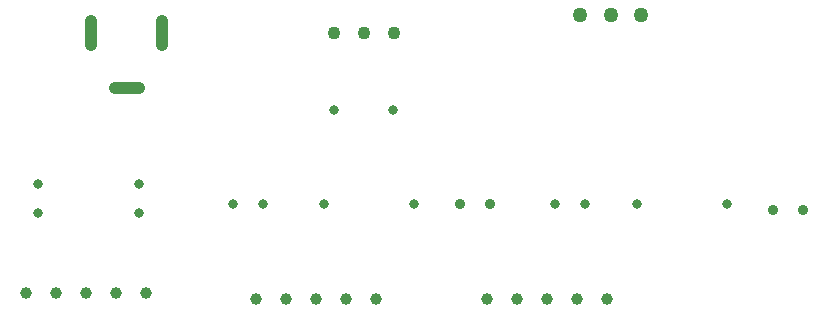
<source format=gbr>
%TF.GenerationSoftware,KiCad,Pcbnew,9.0.0*%
%TF.CreationDate,2025-12-28T18:58:31+05:30*%
%TF.ProjectId,12v_dc_regulator,3132765f-6463-45f7-9265-67756c61746f,rev?*%
%TF.SameCoordinates,Original*%
%TF.FileFunction,Plated,1,2,PTH,Mixed*%
%TF.FilePolarity,Positive*%
%FSLAX46Y46*%
G04 Gerber Fmt 4.6, Leading zero omitted, Abs format (unit mm)*
G04 Created by KiCad (PCBNEW 9.0.0) date 2025-12-28 18:58:31*
%MOMM*%
%LPD*%
G01*
G04 APERTURE LIST*
%TA.AperFunction,ComponentDrill*%
%ADD10C,0.800000*%
%TD*%
%TA.AperFunction,ComponentDrill*%
%ADD11C,0.900000*%
%TD*%
%TA.AperFunction,ComponentDrill*%
%ADD12C,1.000000*%
%TD*%
G04 aperture for slot hole*
%TA.AperFunction,ComponentDrill*%
%ADD13C,1.000000*%
%TD*%
%TA.AperFunction,ComponentDrill*%
%ADD14C,1.100000*%
%TD*%
%TA.AperFunction,ComponentDrill*%
%ADD15C,1.270000*%
%TD*%
G04 APERTURE END LIST*
D10*
%TO.C,C4*%
X90000000Y-71750000D03*
X90000000Y-74250000D03*
%TO.C,C3*%
X98500000Y-71750000D03*
X98500000Y-74250000D03*
%TO.C,C1*%
X106500000Y-73500000D03*
X109000000Y-73500000D03*
%TO.C,R1*%
X114190000Y-73500000D03*
%TO.C,C2*%
X115000000Y-65500000D03*
X120000000Y-65500000D03*
%TO.C,R1*%
X121810000Y-73500000D03*
%TO.C,C5*%
X133750000Y-73500000D03*
X136250000Y-73500000D03*
%TO.C,R2*%
X140690000Y-73500000D03*
X148310000Y-73500000D03*
D11*
%TO.C,D1*%
X125730000Y-73500000D03*
X128270000Y-73500000D03*
%TO.C,D2*%
X152230000Y-74000000D03*
X154770000Y-74000000D03*
D12*
%TO.C,J2*%
X88925000Y-81000000D03*
X91465000Y-81000000D03*
X94005000Y-81000000D03*
D13*
%TO.C,J1*%
X94500000Y-60000000D02*
X94500000Y-58000000D01*
D12*
%TO.C,J2*%
X96545000Y-81000000D03*
D13*
%TO.C,J1*%
X98500000Y-63700000D02*
X96500000Y-63700000D01*
D12*
%TO.C,J2*%
X99085000Y-81000000D03*
D13*
%TO.C,J1*%
X100500000Y-60000000D02*
X100500000Y-58000000D01*
D12*
%TO.C,J3*%
X108460000Y-81500000D03*
X111000000Y-81500000D03*
X113540000Y-81500000D03*
X116080000Y-81500000D03*
X118620000Y-81500000D03*
%TO.C,J4*%
X127960000Y-81500000D03*
X130500000Y-81500000D03*
X133040000Y-81500000D03*
X135580000Y-81500000D03*
X138120000Y-81500000D03*
D14*
%TO.C,U2*%
X115000000Y-59000000D03*
X117540000Y-59000000D03*
X120080000Y-59000000D03*
D15*
%TO.C,U1*%
X135900000Y-57500000D03*
X138450000Y-57500000D03*
X141000000Y-57500000D03*
M02*

</source>
